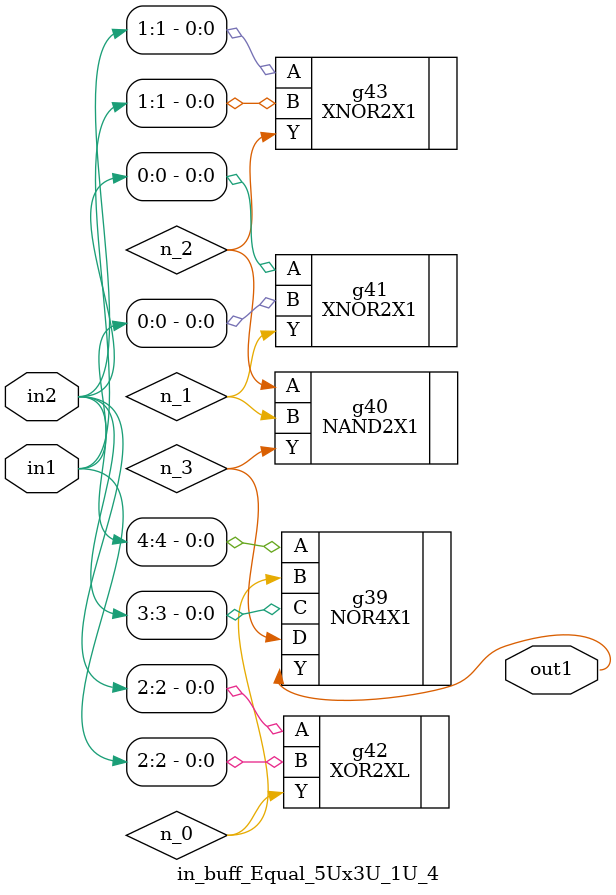
<source format=v>
`timescale 1ps / 1ps


module in_buff_Equal_5Ux3U_1U_4(in2, in1, out1);
  input [4:0] in2;
  input [2:0] in1;
  output out1;
  wire [4:0] in2;
  wire [2:0] in1;
  wire out1;
  wire n_0, n_1, n_2, n_3;
  NOR4X1 g39(.A (in2[4]), .B (n_0), .C (in2[3]), .D (n_3), .Y (out1));
  NAND2X1 g40(.A (n_2), .B (n_1), .Y (n_3));
  XNOR2X1 g43(.A (in2[1]), .B (in1[1]), .Y (n_2));
  XNOR2X1 g41(.A (in2[0]), .B (in1[0]), .Y (n_1));
  XOR2XL g42(.A (in2[2]), .B (in1[2]), .Y (n_0));
endmodule



</source>
